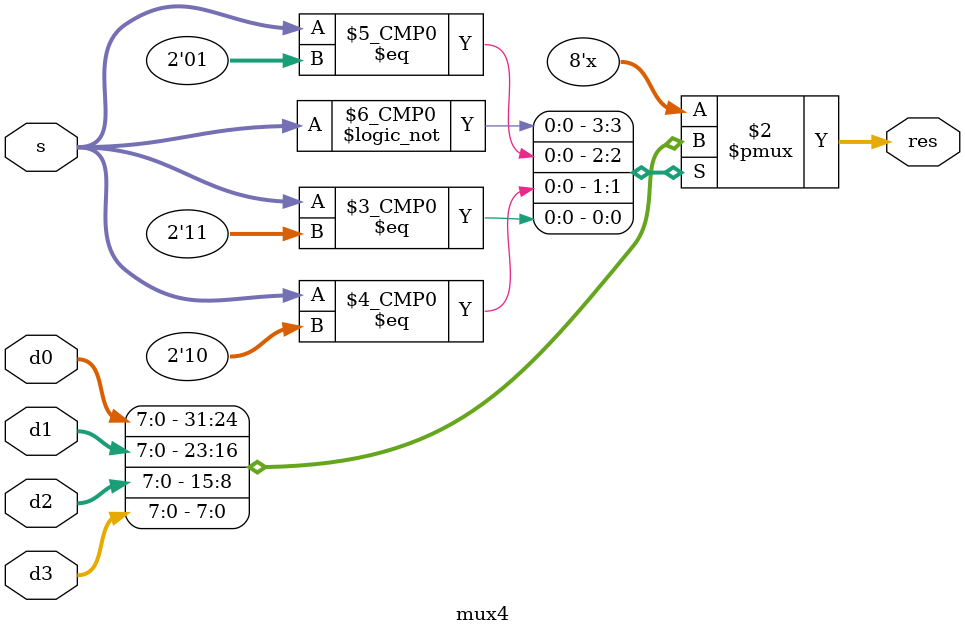
<source format=sv>
module mux4 (input logic [7:0] d0, d1, d2, d3,
             input logic [1:0] s,
             output logic [7:0] res);

    // this is a 4:1 multiplexer
    // implemented by a case statement
    always_comb
        case(s)
            2'b00:  res = d0;
            2'b01:  res = d1;
            2'b10:  res = d2;
            2'b11:  res = d3;
            // all cases are covered
            // no default needed
        endcase
endmodule
</source>
